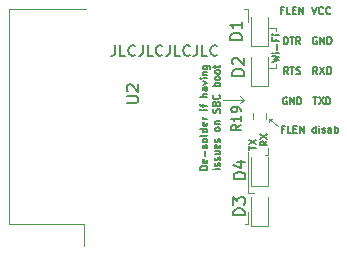
<source format=gbr>
%TF.GenerationSoftware,KiCad,Pcbnew,5.1.9*%
%TF.CreationDate,2021-01-18T01:27:37+01:00*%
%TF.ProjectId,wi-se-rpi,77692d73-652d-4727-9069-2e6b69636164,v0.1*%
%TF.SameCoordinates,Original*%
%TF.FileFunction,Legend,Top*%
%TF.FilePolarity,Positive*%
%FSLAX46Y46*%
G04 Gerber Fmt 4.6, Leading zero omitted, Abs format (unit mm)*
G04 Created by KiCad (PCBNEW 5.1.9) date 2021-01-18 01:27:37*
%MOMM*%
%LPD*%
G01*
G04 APERTURE LIST*
%ADD10C,0.120000*%
%ADD11C,0.150000*%
%ADD12C,0.100000*%
G04 APERTURE END LIST*
D10*
X87050000Y-12500000D02*
X87500000Y-12500000D01*
X87050000Y-9050000D02*
X87050000Y-12500000D01*
X88700000Y-9250000D02*
X88500000Y-9250000D01*
X88700000Y-8700000D02*
X88700000Y-9250000D01*
X89400000Y-1900000D02*
X88750000Y-1900000D01*
X89400000Y-1600000D02*
X89400000Y-1900000D01*
X89400000Y1450000D02*
X88750000Y1450000D01*
X89400000Y1200000D02*
X89400000Y1450000D01*
D11*
X89071428Y-1371428D02*
X89671428Y-1228571D01*
X89242857Y-1114285D01*
X89671428Y-1000000D01*
X89071428Y-857142D01*
X89671428Y-628571D02*
X89271428Y-628571D01*
X89071428Y-628571D02*
X89100000Y-657142D01*
X89128571Y-628571D01*
X89100000Y-600000D01*
X89071428Y-628571D01*
X89128571Y-628571D01*
X89442857Y-342857D02*
X89442857Y114285D01*
X89357142Y600000D02*
X89357142Y400000D01*
X89671428Y400000D02*
X89071428Y400000D01*
X89071428Y685714D01*
X89671428Y914285D02*
X89271428Y914285D01*
X89071428Y914285D02*
X89100000Y885714D01*
X89128571Y914285D01*
X89100000Y942857D01*
X89071428Y914285D01*
X89128571Y914285D01*
X88671428Y-8100000D02*
X88385714Y-8300000D01*
X88671428Y-8442857D02*
X88071428Y-8442857D01*
X88071428Y-8214285D01*
X88100000Y-8157142D01*
X88128571Y-8128571D01*
X88185714Y-8100000D01*
X88271428Y-8100000D01*
X88328571Y-8128571D01*
X88357142Y-8157142D01*
X88385714Y-8214285D01*
X88385714Y-8442857D01*
X88071428Y-7900000D02*
X88671428Y-7500000D01*
X88071428Y-7500000D02*
X88671428Y-7900000D01*
X87121428Y-8857142D02*
X87121428Y-8514285D01*
X87721428Y-8685714D02*
X87121428Y-8685714D01*
X87121428Y-8371428D02*
X87721428Y-7971428D01*
X87121428Y-7971428D02*
X87721428Y-8371428D01*
D10*
X88800000Y-6250000D02*
X89050000Y-6200000D01*
X88800000Y-6500000D02*
X88800000Y-6250000D01*
X88800000Y-6250000D02*
X88800000Y-6500000D01*
X89550000Y-6800000D02*
X88800000Y-6250000D01*
D11*
X90078571Y-7057142D02*
X89878571Y-7057142D01*
X89878571Y-7371428D02*
X89878571Y-6771428D01*
X90164285Y-6771428D01*
X90678571Y-7371428D02*
X90392857Y-7371428D01*
X90392857Y-6771428D01*
X90878571Y-7057142D02*
X91078571Y-7057142D01*
X91164285Y-7371428D02*
X90878571Y-7371428D01*
X90878571Y-6771428D01*
X91164285Y-6771428D01*
X91421428Y-7371428D02*
X91421428Y-6771428D01*
X91764285Y-7371428D01*
X91764285Y-6771428D01*
X92764285Y-7371428D02*
X92764285Y-6771428D01*
X92764285Y-7342857D02*
X92707142Y-7371428D01*
X92592857Y-7371428D01*
X92535714Y-7342857D01*
X92507142Y-7314285D01*
X92478571Y-7257142D01*
X92478571Y-7085714D01*
X92507142Y-7028571D01*
X92535714Y-7000000D01*
X92592857Y-6971428D01*
X92707142Y-6971428D01*
X92764285Y-7000000D01*
X93050000Y-7371428D02*
X93050000Y-6971428D01*
X93050000Y-6771428D02*
X93021428Y-6800000D01*
X93050000Y-6828571D01*
X93078571Y-6800000D01*
X93050000Y-6771428D01*
X93050000Y-6828571D01*
X93307142Y-7342857D02*
X93364285Y-7371428D01*
X93478571Y-7371428D01*
X93535714Y-7342857D01*
X93564285Y-7285714D01*
X93564285Y-7257142D01*
X93535714Y-7200000D01*
X93478571Y-7171428D01*
X93392857Y-7171428D01*
X93335714Y-7142857D01*
X93307142Y-7085714D01*
X93307142Y-7057142D01*
X93335714Y-7000000D01*
X93392857Y-6971428D01*
X93478571Y-6971428D01*
X93535714Y-7000000D01*
X94078571Y-7371428D02*
X94078571Y-7057142D01*
X94050000Y-7000000D01*
X93992857Y-6971428D01*
X93878571Y-6971428D01*
X93821428Y-7000000D01*
X94078571Y-7342857D02*
X94021428Y-7371428D01*
X93878571Y-7371428D01*
X93821428Y-7342857D01*
X93792857Y-7285714D01*
X93792857Y-7228571D01*
X93821428Y-7171428D01*
X93878571Y-7142857D01*
X94021428Y-7142857D01*
X94078571Y-7114285D01*
X94364285Y-7371428D02*
X94364285Y-6771428D01*
X94364285Y-7000000D02*
X94421428Y-6971428D01*
X94535714Y-6971428D01*
X94592857Y-7000000D01*
X94621428Y-7028571D01*
X94650000Y-7085714D01*
X94650000Y-7257142D01*
X94621428Y-7314285D01*
X94592857Y-7342857D01*
X94535714Y-7371428D01*
X94421428Y-7371428D01*
X94364285Y-7342857D01*
X90292857Y-4400000D02*
X90235714Y-4371428D01*
X90150000Y-4371428D01*
X90064285Y-4400000D01*
X90007142Y-4457142D01*
X89978571Y-4514285D01*
X89950000Y-4628571D01*
X89950000Y-4714285D01*
X89978571Y-4828571D01*
X90007142Y-4885714D01*
X90064285Y-4942857D01*
X90150000Y-4971428D01*
X90207142Y-4971428D01*
X90292857Y-4942857D01*
X90321428Y-4914285D01*
X90321428Y-4714285D01*
X90207142Y-4714285D01*
X90578571Y-4971428D02*
X90578571Y-4371428D01*
X90921428Y-4971428D01*
X90921428Y-4371428D01*
X91207142Y-4971428D02*
X91207142Y-4371428D01*
X91350000Y-4371428D01*
X91435714Y-4400000D01*
X91492857Y-4457142D01*
X91521428Y-4514285D01*
X91550000Y-4628571D01*
X91550000Y-4714285D01*
X91521428Y-4828571D01*
X91492857Y-4885714D01*
X91435714Y-4942857D01*
X91350000Y-4971428D01*
X91207142Y-4971428D01*
X92542857Y-4371428D02*
X92885714Y-4371428D01*
X92714285Y-4971428D02*
X92714285Y-4371428D01*
X93028571Y-4371428D02*
X93428571Y-4971428D01*
X93428571Y-4371428D02*
X93028571Y-4971428D01*
X93657142Y-4971428D02*
X93657142Y-4371428D01*
X93800000Y-4371428D01*
X93885714Y-4400000D01*
X93942857Y-4457142D01*
X93971428Y-4514285D01*
X94000000Y-4628571D01*
X94000000Y-4714285D01*
X93971428Y-4828571D01*
X93942857Y-4885714D01*
X93885714Y-4942857D01*
X93800000Y-4971428D01*
X93657142Y-4971428D01*
X92900000Y-2421428D02*
X92700000Y-2135714D01*
X92557142Y-2421428D02*
X92557142Y-1821428D01*
X92785714Y-1821428D01*
X92842857Y-1850000D01*
X92871428Y-1878571D01*
X92900000Y-1935714D01*
X92900000Y-2021428D01*
X92871428Y-2078571D01*
X92842857Y-2107142D01*
X92785714Y-2135714D01*
X92557142Y-2135714D01*
X93100000Y-1821428D02*
X93500000Y-2421428D01*
X93500000Y-1821428D02*
X93100000Y-2421428D01*
X93728571Y-2421428D02*
X93728571Y-1821428D01*
X93871428Y-1821428D01*
X93957142Y-1850000D01*
X94014285Y-1907142D01*
X94042857Y-1964285D01*
X94071428Y-2078571D01*
X94071428Y-2164285D01*
X94042857Y-2278571D01*
X94014285Y-2335714D01*
X93957142Y-2392857D01*
X93871428Y-2421428D01*
X93728571Y-2421428D01*
X90421428Y-2421428D02*
X90221428Y-2135714D01*
X90078571Y-2421428D02*
X90078571Y-1821428D01*
X90307142Y-1821428D01*
X90364285Y-1850000D01*
X90392857Y-1878571D01*
X90421428Y-1935714D01*
X90421428Y-2021428D01*
X90392857Y-2078571D01*
X90364285Y-2107142D01*
X90307142Y-2135714D01*
X90078571Y-2135714D01*
X90592857Y-1821428D02*
X90935714Y-1821428D01*
X90764285Y-2421428D02*
X90764285Y-1821428D01*
X91107142Y-2392857D02*
X91192857Y-2421428D01*
X91335714Y-2421428D01*
X91392857Y-2392857D01*
X91421428Y-2364285D01*
X91450000Y-2307142D01*
X91450000Y-2250000D01*
X91421428Y-2192857D01*
X91392857Y-2164285D01*
X91335714Y-2135714D01*
X91221428Y-2107142D01*
X91164285Y-2078571D01*
X91135714Y-2050000D01*
X91107142Y-1992857D01*
X91107142Y-1935714D01*
X91135714Y-1878571D01*
X91164285Y-1850000D01*
X91221428Y-1821428D01*
X91364285Y-1821428D01*
X91450000Y-1850000D01*
X92842857Y700000D02*
X92785714Y728571D01*
X92700000Y728571D01*
X92614285Y700000D01*
X92557142Y642857D01*
X92528571Y585714D01*
X92500000Y471428D01*
X92500000Y385714D01*
X92528571Y271428D01*
X92557142Y214285D01*
X92614285Y157142D01*
X92700000Y128571D01*
X92757142Y128571D01*
X92842857Y157142D01*
X92871428Y185714D01*
X92871428Y385714D01*
X92757142Y385714D01*
X93128571Y128571D02*
X93128571Y728571D01*
X93471428Y128571D01*
X93471428Y728571D01*
X93757142Y128571D02*
X93757142Y728571D01*
X93900000Y728571D01*
X93985714Y700000D01*
X94042857Y642857D01*
X94071428Y585714D01*
X94100000Y471428D01*
X94100000Y385714D01*
X94071428Y271428D01*
X94042857Y214285D01*
X93985714Y157142D01*
X93900000Y128571D01*
X93757142Y128571D01*
X90064285Y128571D02*
X90064285Y728571D01*
X90207142Y728571D01*
X90292857Y700000D01*
X90350000Y642857D01*
X90378571Y585714D01*
X90407142Y471428D01*
X90407142Y385714D01*
X90378571Y271428D01*
X90350000Y214285D01*
X90292857Y157142D01*
X90207142Y128571D01*
X90064285Y128571D01*
X90578571Y728571D02*
X90921428Y728571D01*
X90750000Y128571D02*
X90750000Y728571D01*
X91464285Y128571D02*
X91264285Y414285D01*
X91121428Y128571D02*
X91121428Y728571D01*
X91350000Y728571D01*
X91407142Y700000D01*
X91435714Y671428D01*
X91464285Y614285D01*
X91464285Y528571D01*
X91435714Y471428D01*
X91407142Y442857D01*
X91350000Y414285D01*
X91121428Y414285D01*
X92450000Y3278571D02*
X92650000Y2678571D01*
X92850000Y3278571D01*
X93392857Y2735714D02*
X93364285Y2707142D01*
X93278571Y2678571D01*
X93221428Y2678571D01*
X93135714Y2707142D01*
X93078571Y2764285D01*
X93050000Y2821428D01*
X93021428Y2935714D01*
X93021428Y3021428D01*
X93050000Y3135714D01*
X93078571Y3192857D01*
X93135714Y3250000D01*
X93221428Y3278571D01*
X93278571Y3278571D01*
X93364285Y3250000D01*
X93392857Y3221428D01*
X93992857Y2735714D02*
X93964285Y2707142D01*
X93878571Y2678571D01*
X93821428Y2678571D01*
X93735714Y2707142D01*
X93678571Y2764285D01*
X93650000Y2821428D01*
X93621428Y2935714D01*
X93621428Y3021428D01*
X93650000Y3135714D01*
X93678571Y3192857D01*
X93735714Y3250000D01*
X93821428Y3278571D01*
X93878571Y3278571D01*
X93964285Y3250000D01*
X93992857Y3221428D01*
X90007142Y2992857D02*
X89807142Y2992857D01*
X89807142Y2678571D02*
X89807142Y3278571D01*
X90092857Y3278571D01*
X90607142Y2678571D02*
X90321428Y2678571D01*
X90321428Y3278571D01*
X90807142Y2992857D02*
X91007142Y2992857D01*
X91092857Y2678571D02*
X90807142Y2678571D01*
X90807142Y3278571D01*
X91092857Y3278571D01*
X91350000Y2678571D02*
X91350000Y3278571D01*
X91692857Y2678571D01*
X91692857Y3278571D01*
X75792857Y42857D02*
X75792857Y-600000D01*
X75750000Y-728571D01*
X75664285Y-814285D01*
X75535714Y-857142D01*
X75450000Y-857142D01*
X76650000Y-857142D02*
X76221428Y-857142D01*
X76221428Y42857D01*
X77464285Y-771428D02*
X77421428Y-814285D01*
X77292857Y-857142D01*
X77207142Y-857142D01*
X77078571Y-814285D01*
X76992857Y-728571D01*
X76950000Y-642857D01*
X76907142Y-471428D01*
X76907142Y-342857D01*
X76950000Y-171428D01*
X76992857Y-85714D01*
X77078571Y0D01*
X77207142Y42857D01*
X77292857Y42857D01*
X77421428Y0D01*
X77464285Y-42857D01*
X78107142Y42857D02*
X78107142Y-600000D01*
X78064285Y-728571D01*
X77978571Y-814285D01*
X77850000Y-857142D01*
X77764285Y-857142D01*
X78964285Y-857142D02*
X78535714Y-857142D01*
X78535714Y42857D01*
X79778571Y-771428D02*
X79735714Y-814285D01*
X79607142Y-857142D01*
X79521428Y-857142D01*
X79392857Y-814285D01*
X79307142Y-728571D01*
X79264285Y-642857D01*
X79221428Y-471428D01*
X79221428Y-342857D01*
X79264285Y-171428D01*
X79307142Y-85714D01*
X79392857Y0D01*
X79521428Y42857D01*
X79607142Y42857D01*
X79735714Y0D01*
X79778571Y-42857D01*
X80421428Y42857D02*
X80421428Y-600000D01*
X80378571Y-728571D01*
X80292857Y-814285D01*
X80164285Y-857142D01*
X80078571Y-857142D01*
X81278571Y-857142D02*
X80850000Y-857142D01*
X80850000Y42857D01*
X82092857Y-771428D02*
X82050000Y-814285D01*
X81921428Y-857142D01*
X81835714Y-857142D01*
X81707142Y-814285D01*
X81621428Y-728571D01*
X81578571Y-642857D01*
X81535714Y-471428D01*
X81535714Y-342857D01*
X81578571Y-171428D01*
X81621428Y-85714D01*
X81707142Y0D01*
X81835714Y42857D01*
X81921428Y42857D01*
X82050000Y0D01*
X82092857Y-42857D01*
X82735714Y42857D02*
X82735714Y-600000D01*
X82692857Y-728571D01*
X82607142Y-814285D01*
X82478571Y-857142D01*
X82392857Y-857142D01*
X83592857Y-857142D02*
X83164285Y-857142D01*
X83164285Y42857D01*
X84407142Y-771428D02*
X84364285Y-814285D01*
X84235714Y-857142D01*
X84150000Y-857142D01*
X84021428Y-814285D01*
X83935714Y-728571D01*
X83892857Y-642857D01*
X83850000Y-471428D01*
X83850000Y-342857D01*
X83892857Y-171428D01*
X83935714Y-85714D01*
X84021428Y0D01*
X84150000Y42857D01*
X84235714Y42857D01*
X84364285Y0D01*
X84407142Y-42857D01*
D10*
X86650000Y-4600000D02*
X86350000Y-4900000D01*
X86650000Y-4600000D02*
X86350000Y-4300000D01*
X84950000Y-4600000D02*
X86650000Y-4600000D01*
D11*
X83596428Y-10500000D02*
X82996428Y-10500000D01*
X82996428Y-10357142D01*
X83025000Y-10271428D01*
X83082142Y-10214285D01*
X83139285Y-10185714D01*
X83253571Y-10157142D01*
X83339285Y-10157142D01*
X83453571Y-10185714D01*
X83510714Y-10214285D01*
X83567857Y-10271428D01*
X83596428Y-10357142D01*
X83596428Y-10500000D01*
X83567857Y-9671428D02*
X83596428Y-9728571D01*
X83596428Y-9842857D01*
X83567857Y-9900000D01*
X83510714Y-9928571D01*
X83282142Y-9928571D01*
X83225000Y-9900000D01*
X83196428Y-9842857D01*
X83196428Y-9728571D01*
X83225000Y-9671428D01*
X83282142Y-9642857D01*
X83339285Y-9642857D01*
X83396428Y-9928571D01*
X83367857Y-9385714D02*
X83367857Y-8928571D01*
X83567857Y-8671428D02*
X83596428Y-8614285D01*
X83596428Y-8500000D01*
X83567857Y-8442857D01*
X83510714Y-8414285D01*
X83482142Y-8414285D01*
X83425000Y-8442857D01*
X83396428Y-8500000D01*
X83396428Y-8585714D01*
X83367857Y-8642857D01*
X83310714Y-8671428D01*
X83282142Y-8671428D01*
X83225000Y-8642857D01*
X83196428Y-8585714D01*
X83196428Y-8500000D01*
X83225000Y-8442857D01*
X83596428Y-8071428D02*
X83567857Y-8128571D01*
X83539285Y-8157142D01*
X83482142Y-8185714D01*
X83310714Y-8185714D01*
X83253571Y-8157142D01*
X83225000Y-8128571D01*
X83196428Y-8071428D01*
X83196428Y-7985714D01*
X83225000Y-7928571D01*
X83253571Y-7900000D01*
X83310714Y-7871428D01*
X83482142Y-7871428D01*
X83539285Y-7900000D01*
X83567857Y-7928571D01*
X83596428Y-7985714D01*
X83596428Y-8071428D01*
X83596428Y-7528571D02*
X83567857Y-7585714D01*
X83510714Y-7614285D01*
X82996428Y-7614285D01*
X83596428Y-7042857D02*
X82996428Y-7042857D01*
X83567857Y-7042857D02*
X83596428Y-7100000D01*
X83596428Y-7214285D01*
X83567857Y-7271428D01*
X83539285Y-7300000D01*
X83482142Y-7328571D01*
X83310714Y-7328571D01*
X83253571Y-7300000D01*
X83225000Y-7271428D01*
X83196428Y-7214285D01*
X83196428Y-7100000D01*
X83225000Y-7042857D01*
X83567857Y-6528571D02*
X83596428Y-6585714D01*
X83596428Y-6700000D01*
X83567857Y-6757142D01*
X83510714Y-6785714D01*
X83282142Y-6785714D01*
X83225000Y-6757142D01*
X83196428Y-6700000D01*
X83196428Y-6585714D01*
X83225000Y-6528571D01*
X83282142Y-6500000D01*
X83339285Y-6500000D01*
X83396428Y-6785714D01*
X83596428Y-6242857D02*
X83196428Y-6242857D01*
X83310714Y-6242857D02*
X83253571Y-6214285D01*
X83225000Y-6185714D01*
X83196428Y-6128571D01*
X83196428Y-6071428D01*
X83596428Y-5414285D02*
X83196428Y-5414285D01*
X82996428Y-5414285D02*
X83025000Y-5442857D01*
X83053571Y-5414285D01*
X83025000Y-5385714D01*
X82996428Y-5414285D01*
X83053571Y-5414285D01*
X83196428Y-5214285D02*
X83196428Y-4985714D01*
X83596428Y-5128571D02*
X83082142Y-5128571D01*
X83025000Y-5100000D01*
X82996428Y-5042857D01*
X82996428Y-4985714D01*
X83596428Y-4328571D02*
X82996428Y-4328571D01*
X83596428Y-4071428D02*
X83282142Y-4071428D01*
X83225000Y-4100000D01*
X83196428Y-4157142D01*
X83196428Y-4242857D01*
X83225000Y-4300000D01*
X83253571Y-4328571D01*
X83596428Y-3528571D02*
X83282142Y-3528571D01*
X83225000Y-3557142D01*
X83196428Y-3614285D01*
X83196428Y-3728571D01*
X83225000Y-3785714D01*
X83567857Y-3528571D02*
X83596428Y-3585714D01*
X83596428Y-3728571D01*
X83567857Y-3785714D01*
X83510714Y-3814285D01*
X83453571Y-3814285D01*
X83396428Y-3785714D01*
X83367857Y-3728571D01*
X83367857Y-3585714D01*
X83339285Y-3528571D01*
X83196428Y-3300000D02*
X83596428Y-3157142D01*
X83196428Y-3014285D01*
X83596428Y-2785714D02*
X83196428Y-2785714D01*
X82996428Y-2785714D02*
X83025000Y-2814285D01*
X83053571Y-2785714D01*
X83025000Y-2757142D01*
X82996428Y-2785714D01*
X83053571Y-2785714D01*
X83196428Y-2500000D02*
X83596428Y-2500000D01*
X83253571Y-2500000D02*
X83225000Y-2471428D01*
X83196428Y-2414285D01*
X83196428Y-2328571D01*
X83225000Y-2271428D01*
X83282142Y-2242857D01*
X83596428Y-2242857D01*
X83196428Y-1700000D02*
X83682142Y-1700000D01*
X83739285Y-1728571D01*
X83767857Y-1757142D01*
X83796428Y-1814285D01*
X83796428Y-1900000D01*
X83767857Y-1957142D01*
X83567857Y-1700000D02*
X83596428Y-1757142D01*
X83596428Y-1871428D01*
X83567857Y-1928571D01*
X83539285Y-1957142D01*
X83482142Y-1985714D01*
X83310714Y-1985714D01*
X83253571Y-1957142D01*
X83225000Y-1928571D01*
X83196428Y-1871428D01*
X83196428Y-1757142D01*
X83225000Y-1700000D01*
X84646428Y-10457142D02*
X84246428Y-10457142D01*
X84046428Y-10457142D02*
X84075000Y-10485714D01*
X84103571Y-10457142D01*
X84075000Y-10428571D01*
X84046428Y-10457142D01*
X84103571Y-10457142D01*
X84617857Y-10200000D02*
X84646428Y-10142857D01*
X84646428Y-10028571D01*
X84617857Y-9971428D01*
X84560714Y-9942857D01*
X84532142Y-9942857D01*
X84475000Y-9971428D01*
X84446428Y-10028571D01*
X84446428Y-10114285D01*
X84417857Y-10171428D01*
X84360714Y-10200000D01*
X84332142Y-10200000D01*
X84275000Y-10171428D01*
X84246428Y-10114285D01*
X84246428Y-10028571D01*
X84275000Y-9971428D01*
X84617857Y-9714285D02*
X84646428Y-9657142D01*
X84646428Y-9542857D01*
X84617857Y-9485714D01*
X84560714Y-9457142D01*
X84532142Y-9457142D01*
X84475000Y-9485714D01*
X84446428Y-9542857D01*
X84446428Y-9628571D01*
X84417857Y-9685714D01*
X84360714Y-9714285D01*
X84332142Y-9714285D01*
X84275000Y-9685714D01*
X84246428Y-9628571D01*
X84246428Y-9542857D01*
X84275000Y-9485714D01*
X84246428Y-8942857D02*
X84646428Y-8942857D01*
X84246428Y-9200000D02*
X84560714Y-9200000D01*
X84617857Y-9171428D01*
X84646428Y-9114285D01*
X84646428Y-9028571D01*
X84617857Y-8971428D01*
X84589285Y-8942857D01*
X84617857Y-8428571D02*
X84646428Y-8485714D01*
X84646428Y-8600000D01*
X84617857Y-8657142D01*
X84560714Y-8685714D01*
X84332142Y-8685714D01*
X84275000Y-8657142D01*
X84246428Y-8600000D01*
X84246428Y-8485714D01*
X84275000Y-8428571D01*
X84332142Y-8400000D01*
X84389285Y-8400000D01*
X84446428Y-8685714D01*
X84617857Y-8171428D02*
X84646428Y-8114285D01*
X84646428Y-8000000D01*
X84617857Y-7942857D01*
X84560714Y-7914285D01*
X84532142Y-7914285D01*
X84475000Y-7942857D01*
X84446428Y-8000000D01*
X84446428Y-8085714D01*
X84417857Y-8142857D01*
X84360714Y-8171428D01*
X84332142Y-8171428D01*
X84275000Y-8142857D01*
X84246428Y-8085714D01*
X84246428Y-8000000D01*
X84275000Y-7942857D01*
X84646428Y-7114285D02*
X84617857Y-7171428D01*
X84589285Y-7200000D01*
X84532142Y-7228571D01*
X84360714Y-7228571D01*
X84303571Y-7200000D01*
X84275000Y-7171428D01*
X84246428Y-7114285D01*
X84246428Y-7028571D01*
X84275000Y-6971428D01*
X84303571Y-6942857D01*
X84360714Y-6914285D01*
X84532142Y-6914285D01*
X84589285Y-6942857D01*
X84617857Y-6971428D01*
X84646428Y-7028571D01*
X84646428Y-7114285D01*
X84246428Y-6657142D02*
X84646428Y-6657142D01*
X84303571Y-6657142D02*
X84275000Y-6628571D01*
X84246428Y-6571428D01*
X84246428Y-6485714D01*
X84275000Y-6428571D01*
X84332142Y-6400000D01*
X84646428Y-6400000D01*
X84617857Y-5685714D02*
X84646428Y-5600000D01*
X84646428Y-5457142D01*
X84617857Y-5400000D01*
X84589285Y-5371428D01*
X84532142Y-5342857D01*
X84475000Y-5342857D01*
X84417857Y-5371428D01*
X84389285Y-5400000D01*
X84360714Y-5457142D01*
X84332142Y-5571428D01*
X84303571Y-5628571D01*
X84275000Y-5657142D01*
X84217857Y-5685714D01*
X84160714Y-5685714D01*
X84103571Y-5657142D01*
X84075000Y-5628571D01*
X84046428Y-5571428D01*
X84046428Y-5428571D01*
X84075000Y-5342857D01*
X84332142Y-4885714D02*
X84360714Y-4800000D01*
X84389285Y-4771428D01*
X84446428Y-4742857D01*
X84532142Y-4742857D01*
X84589285Y-4771428D01*
X84617857Y-4800000D01*
X84646428Y-4857142D01*
X84646428Y-5085714D01*
X84046428Y-5085714D01*
X84046428Y-4885714D01*
X84075000Y-4828571D01*
X84103571Y-4800000D01*
X84160714Y-4771428D01*
X84217857Y-4771428D01*
X84275000Y-4800000D01*
X84303571Y-4828571D01*
X84332142Y-4885714D01*
X84332142Y-5085714D01*
X84589285Y-4142857D02*
X84617857Y-4171428D01*
X84646428Y-4257142D01*
X84646428Y-4314285D01*
X84617857Y-4400000D01*
X84560714Y-4457142D01*
X84503571Y-4485714D01*
X84389285Y-4514285D01*
X84303571Y-4514285D01*
X84189285Y-4485714D01*
X84132142Y-4457142D01*
X84075000Y-4400000D01*
X84046428Y-4314285D01*
X84046428Y-4257142D01*
X84075000Y-4171428D01*
X84103571Y-4142857D01*
X84646428Y-3428571D02*
X84046428Y-3428571D01*
X84275000Y-3428571D02*
X84246428Y-3371428D01*
X84246428Y-3257142D01*
X84275000Y-3200000D01*
X84303571Y-3171428D01*
X84360714Y-3142857D01*
X84532142Y-3142857D01*
X84589285Y-3171428D01*
X84617857Y-3200000D01*
X84646428Y-3257142D01*
X84646428Y-3371428D01*
X84617857Y-3428571D01*
X84646428Y-2800000D02*
X84617857Y-2857142D01*
X84589285Y-2885714D01*
X84532142Y-2914285D01*
X84360714Y-2914285D01*
X84303571Y-2885714D01*
X84275000Y-2857142D01*
X84246428Y-2800000D01*
X84246428Y-2714285D01*
X84275000Y-2657142D01*
X84303571Y-2628571D01*
X84360714Y-2600000D01*
X84532142Y-2600000D01*
X84589285Y-2628571D01*
X84617857Y-2657142D01*
X84646428Y-2714285D01*
X84646428Y-2800000D01*
X84646428Y-2257142D02*
X84617857Y-2314285D01*
X84589285Y-2342857D01*
X84532142Y-2371428D01*
X84360714Y-2371428D01*
X84303571Y-2342857D01*
X84275000Y-2314285D01*
X84246428Y-2257142D01*
X84246428Y-2171428D01*
X84275000Y-2114285D01*
X84303571Y-2085714D01*
X84360714Y-2057142D01*
X84532142Y-2057142D01*
X84589285Y-2085714D01*
X84617857Y-2114285D01*
X84646428Y-2171428D01*
X84646428Y-2257142D01*
X84246428Y-1885714D02*
X84246428Y-1657142D01*
X84046428Y-1800000D02*
X84560714Y-1800000D01*
X84617857Y-1771428D01*
X84646428Y-1714285D01*
X84646428Y-1657142D01*
D10*
%TO.C,D1*%
X87265000Y2425000D02*
X87265000Y-35000D01*
X87265000Y-35000D02*
X88735000Y-35000D01*
X88735000Y-35000D02*
X88735000Y2425000D01*
%TO.C,D2*%
X88735000Y-3410000D02*
X88735000Y-950000D01*
X87265000Y-3410000D02*
X88735000Y-3410000D01*
X87265000Y-950000D02*
X87265000Y-3410000D01*
%TO.C,D3*%
X87265000Y-12825000D02*
X87265000Y-15285000D01*
X87265000Y-15285000D02*
X88735000Y-15285000D01*
X88735000Y-15285000D02*
X88735000Y-12825000D01*
%TO.C,D4*%
X88735000Y-11910000D02*
X88735000Y-9450000D01*
X87265000Y-11910000D02*
X88735000Y-11910000D01*
X87265000Y-9450000D02*
X87265000Y-11910000D01*
%TO.C,R19*%
X87477500Y-5745276D02*
X87477500Y-6254724D01*
X88522500Y-5745276D02*
X88522500Y-6254724D01*
D12*
%TO.C,U2*%
X86800000Y-15120000D02*
X87020000Y-15120000D01*
X87020000Y-15120000D02*
X87020000Y-14100000D01*
X86700000Y3120000D02*
X87000000Y3120000D01*
X87020000Y2000000D02*
X87020000Y3120000D01*
X66780000Y-15120000D02*
X66780000Y3120000D01*
X66780000Y3120000D02*
X73300000Y3120000D01*
X66780000Y-15120000D02*
X73100000Y-15120000D01*
X73100000Y-15120000D02*
X73100000Y-17000000D01*
%TO.C,D1*%
D11*
X86502380Y511904D02*
X85502380Y511904D01*
X85502380Y750000D01*
X85550000Y892857D01*
X85645238Y988095D01*
X85740476Y1035714D01*
X85930952Y1083333D01*
X86073809Y1083333D01*
X86264285Y1035714D01*
X86359523Y988095D01*
X86454761Y892857D01*
X86502380Y750000D01*
X86502380Y511904D01*
X86502380Y2035714D02*
X86502380Y1464285D01*
X86502380Y1750000D02*
X85502380Y1750000D01*
X85645238Y1654761D01*
X85740476Y1559523D01*
X85788095Y1464285D01*
%TO.C,D2*%
X86702380Y-2538095D02*
X85702380Y-2538095D01*
X85702380Y-2300000D01*
X85750000Y-2157142D01*
X85845238Y-2061904D01*
X85940476Y-2014285D01*
X86130952Y-1966666D01*
X86273809Y-1966666D01*
X86464285Y-2014285D01*
X86559523Y-2061904D01*
X86654761Y-2157142D01*
X86702380Y-2300000D01*
X86702380Y-2538095D01*
X85797619Y-1585714D02*
X85750000Y-1538095D01*
X85702380Y-1442857D01*
X85702380Y-1204761D01*
X85750000Y-1109523D01*
X85797619Y-1061904D01*
X85892857Y-1014285D01*
X85988095Y-1014285D01*
X86130952Y-1061904D01*
X86702380Y-1633333D01*
X86702380Y-1014285D01*
%TO.C,D3*%
X86752380Y-14363095D02*
X85752380Y-14363095D01*
X85752380Y-14125000D01*
X85800000Y-13982142D01*
X85895238Y-13886904D01*
X85990476Y-13839285D01*
X86180952Y-13791666D01*
X86323809Y-13791666D01*
X86514285Y-13839285D01*
X86609523Y-13886904D01*
X86704761Y-13982142D01*
X86752380Y-14125000D01*
X86752380Y-14363095D01*
X85752380Y-13458333D02*
X85752380Y-12839285D01*
X86133333Y-13172619D01*
X86133333Y-13029761D01*
X86180952Y-12934523D01*
X86228571Y-12886904D01*
X86323809Y-12839285D01*
X86561904Y-12839285D01*
X86657142Y-12886904D01*
X86704761Y-12934523D01*
X86752380Y-13029761D01*
X86752380Y-13315476D01*
X86704761Y-13410714D01*
X86657142Y-13458333D01*
%TO.C,D4*%
X86802380Y-11288095D02*
X85802380Y-11288095D01*
X85802380Y-11050000D01*
X85850000Y-10907142D01*
X85945238Y-10811904D01*
X86040476Y-10764285D01*
X86230952Y-10716666D01*
X86373809Y-10716666D01*
X86564285Y-10764285D01*
X86659523Y-10811904D01*
X86754761Y-10907142D01*
X86802380Y-11050000D01*
X86802380Y-11288095D01*
X86135714Y-9859523D02*
X86802380Y-9859523D01*
X85754761Y-10097619D02*
X86469047Y-10335714D01*
X86469047Y-9716666D01*
%TO.C,R19*%
X86411904Y-6714285D02*
X86030952Y-6980952D01*
X86411904Y-7171428D02*
X85611904Y-7171428D01*
X85611904Y-6866666D01*
X85650000Y-6790476D01*
X85688095Y-6752380D01*
X85764285Y-6714285D01*
X85878571Y-6714285D01*
X85954761Y-6752380D01*
X85992857Y-6790476D01*
X86030952Y-6866666D01*
X86030952Y-7171428D01*
X86411904Y-5952380D02*
X86411904Y-6409523D01*
X86411904Y-6180952D02*
X85611904Y-6180952D01*
X85726190Y-6257142D01*
X85802380Y-6333333D01*
X85840476Y-6409523D01*
X86411904Y-5571428D02*
X86411904Y-5419047D01*
X86373809Y-5342857D01*
X86335714Y-5304761D01*
X86221428Y-5228571D01*
X86069047Y-5190476D01*
X85764285Y-5190476D01*
X85688095Y-5228571D01*
X85650000Y-5266666D01*
X85611904Y-5342857D01*
X85611904Y-5495238D01*
X85650000Y-5571428D01*
X85688095Y-5609523D01*
X85764285Y-5647619D01*
X85954761Y-5647619D01*
X86030952Y-5609523D01*
X86069047Y-5571428D01*
X86107142Y-5495238D01*
X86107142Y-5342857D01*
X86069047Y-5266666D01*
X86030952Y-5228571D01*
X85954761Y-5190476D01*
%TO.C,U2*%
X76752380Y-4861904D02*
X77561904Y-4861904D01*
X77657142Y-4814285D01*
X77704761Y-4766666D01*
X77752380Y-4671428D01*
X77752380Y-4480952D01*
X77704761Y-4385714D01*
X77657142Y-4338095D01*
X77561904Y-4290476D01*
X76752380Y-4290476D01*
X76847619Y-3861904D02*
X76800000Y-3814285D01*
X76752380Y-3719047D01*
X76752380Y-3480952D01*
X76800000Y-3385714D01*
X76847619Y-3338095D01*
X76942857Y-3290476D01*
X77038095Y-3290476D01*
X77180952Y-3338095D01*
X77752380Y-3909523D01*
X77752380Y-3290476D01*
%TD*%
M02*

</source>
